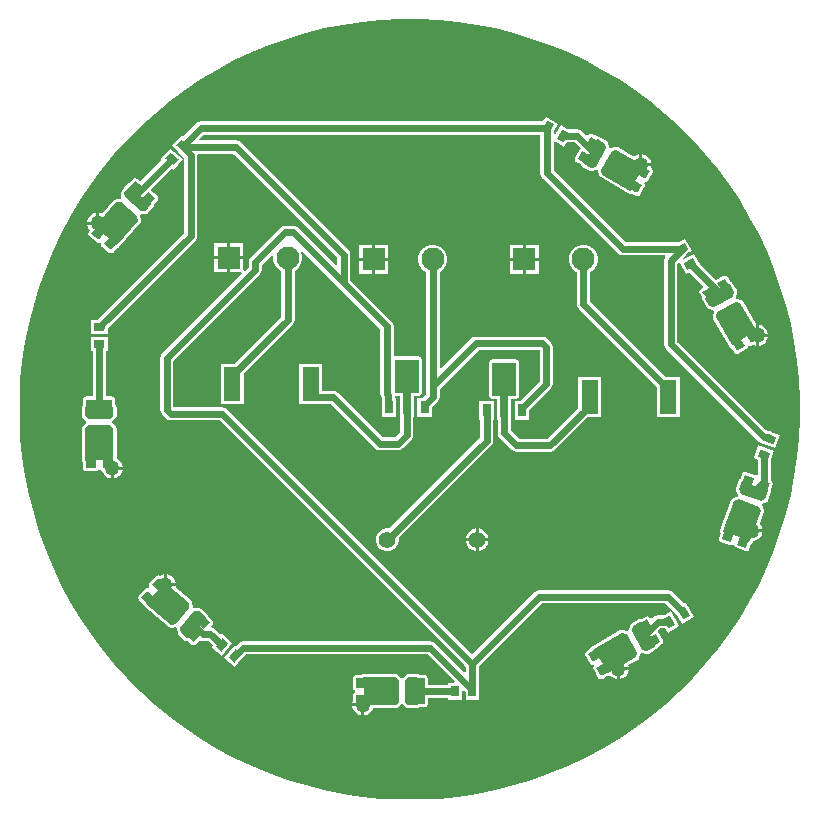
<source format=gtl>
G04*
G04 #@! TF.GenerationSoftware,Altium Limited,Altium Designer,21.7.2 (23)*
G04*
G04 Layer_Physical_Order=1*
G04 Layer_Color=255*
%FSLAX25Y25*%
%MOIN*%
G70*
G04*
G04 #@! TF.SameCoordinates,14A67933-5EF9-4AFF-BA5B-A8FCC5FD6F51*
G04*
G04*
G04 #@! TF.FilePolarity,Positive*
G04*
G01*
G75*
%ADD12C,0.01000*%
%ADD13R,0.05709X0.11417*%
G04:AMPARAMS|DCode=14|XSize=25.59mil|YSize=35.43mil|CornerRadius=0mil|HoleSize=0mil|Usage=FLASHONLY|Rotation=150.000|XOffset=0mil|YOffset=0mil|HoleType=Round|Shape=Rectangle|*
%AMROTATEDRECTD14*
4,1,4,0.01994,0.00895,0.00222,-0.02174,-0.01994,-0.00895,-0.00222,0.02174,0.01994,0.00895,0.0*
%
%ADD14ROTATEDRECTD14*%

G04:AMPARAMS|DCode=15|XSize=25.59mil|YSize=35.43mil|CornerRadius=0mil|HoleSize=0mil|Usage=FLASHONLY|Rotation=120.000|XOffset=0mil|YOffset=0mil|HoleType=Round|Shape=Rectangle|*
%AMROTATEDRECTD15*
4,1,4,0.02174,-0.00222,-0.00895,-0.01994,-0.02174,0.00222,0.00895,0.01994,0.02174,-0.00222,0.0*
%
%ADD15ROTATEDRECTD15*%

G04:AMPARAMS|DCode=16|XSize=25.59mil|YSize=35.43mil|CornerRadius=0mil|HoleSize=0mil|Usage=FLASHONLY|Rotation=70.000|XOffset=0mil|YOffset=0mil|HoleType=Round|Shape=Rectangle|*
%AMROTATEDRECTD16*
4,1,4,0.01227,-0.01808,-0.02102,-0.00596,-0.01227,0.01808,0.02102,0.00596,0.01227,-0.01808,0.0*
%
%ADD16ROTATEDRECTD16*%

G04:AMPARAMS|DCode=17|XSize=25.59mil|YSize=35.43mil|CornerRadius=0mil|HoleSize=0mil|Usage=FLASHONLY|Rotation=30.000|XOffset=0mil|YOffset=0mil|HoleType=Round|Shape=Rectangle|*
%AMROTATEDRECTD17*
4,1,4,-0.00222,-0.02174,-0.01994,0.00895,0.00222,0.02174,0.01994,-0.00895,-0.00222,-0.02174,0.0*
%
%ADD17ROTATEDRECTD17*%

%ADD18R,0.02559X0.03543*%
G04:AMPARAMS|DCode=19|XSize=25.59mil|YSize=35.43mil|CornerRadius=0mil|HoleSize=0mil|Usage=FLASHONLY|Rotation=320.000|XOffset=0mil|YOffset=0mil|HoleType=Round|Shape=Rectangle|*
%AMROTATEDRECTD19*
4,1,4,-0.02119,-0.00535,0.00159,0.02180,0.02119,0.00535,-0.00159,-0.02180,-0.02119,-0.00535,0.0*
%
%ADD19ROTATEDRECTD19*%

%ADD20R,0.03543X0.02559*%
G04:AMPARAMS|DCode=21|XSize=25.59mil|YSize=35.43mil|CornerRadius=0mil|HoleSize=0mil|Usage=FLASHONLY|Rotation=50.000|XOffset=0mil|YOffset=0mil|HoleType=Round|Shape=Rectangle|*
%AMROTATEDRECTD21*
4,1,4,0.00535,-0.02119,-0.02180,0.00159,-0.00535,0.02119,0.02180,-0.00159,0.00535,-0.02119,0.0*
%
%ADD21ROTATEDRECTD21*%

%ADD36P,0.04454X4X195.0*%
%ADD37P,0.04454X4X95.0*%
%ADD38R,0.02756X0.04331*%
%ADD39P,0.04454X4X165.0*%
%ADD40P,0.04454X4X115.0*%
%ADD41P,0.04454X4X75.0*%
%ADD42R,0.03150X0.03150*%
%ADD43P,0.04454X4X365.0*%
%ADD44R,0.03150X0.03150*%
%ADD45C,0.02362*%
%ADD46C,0.07677*%
%ADD47R,0.07677X0.07677*%
%ADD48C,0.05543*%
%ADD49C,0.05000*%
G36*
X265073Y490281D02*
X271430Y489655D01*
X277748Y488718D01*
X284012Y487471D01*
X290208Y485919D01*
X296321Y484065D01*
X302334Y481914D01*
X308235Y479469D01*
X314009Y476738D01*
X319642Y473727D01*
X325121Y470444D01*
X330432Y466895D01*
X335562Y463090D01*
X340500Y459038D01*
X345232Y454749D01*
X349749Y450232D01*
X354038Y445500D01*
X358090Y440562D01*
X361895Y435432D01*
X365444Y430121D01*
X368727Y424643D01*
X371738Y419009D01*
X374469Y413235D01*
X376913Y407334D01*
X379065Y401321D01*
X380920Y395208D01*
X382471Y389012D01*
X383717Y382748D01*
X384655Y376430D01*
X385281Y370073D01*
X385594Y363694D01*
Y360500D01*
Y357306D01*
X385281Y350927D01*
X384655Y344570D01*
X383717Y338252D01*
X382471Y331988D01*
X380920Y325792D01*
X379065Y319679D01*
X376913Y313666D01*
X374469Y307765D01*
X371738Y301991D01*
X368727Y296357D01*
X365444Y290879D01*
X361895Y285568D01*
X358090Y280438D01*
X354038Y275500D01*
X349749Y270768D01*
X345232Y266251D01*
X340500Y261962D01*
X335562Y257910D01*
X330432Y254105D01*
X325121Y250556D01*
X319642Y247273D01*
X314009Y244262D01*
X308235Y241531D01*
X302334Y239087D01*
X296321Y236935D01*
X290208Y235081D01*
X284012Y233529D01*
X277748Y232282D01*
X271430Y231345D01*
X265073Y230719D01*
X258694Y230406D01*
X252306D01*
X245927Y230719D01*
X239570Y231345D01*
X233252Y232282D01*
X226988Y233529D01*
X220792Y235081D01*
X214680Y236935D01*
X208666Y239087D01*
X202765Y241531D01*
X196991Y244262D01*
X191358Y247273D01*
X185879Y250556D01*
X180568Y254105D01*
X175438Y257910D01*
X170500Y261962D01*
X165768Y266251D01*
X161251Y270768D01*
X156962Y275500D01*
X152910Y280438D01*
X149105Y285568D01*
X145556Y290879D01*
X142273Y296357D01*
X139262Y301991D01*
X136531Y307765D01*
X134087Y313666D01*
X131935Y319679D01*
X130080Y325792D01*
X128529Y331988D01*
X127283Y338252D01*
X126345Y344570D01*
X125719Y350927D01*
X125406Y357306D01*
Y360500D01*
Y363694D01*
X125719Y370073D01*
X126345Y376430D01*
X127283Y382748D01*
X128529Y389012D01*
X130080Y395208D01*
X131935Y401321D01*
X134087Y407334D01*
X136531Y413235D01*
X139262Y419009D01*
X142273Y424643D01*
X145556Y430121D01*
X149105Y435432D01*
X152910Y440562D01*
X156962Y445500D01*
X161251Y450232D01*
X165768Y454749D01*
X170500Y459038D01*
X175438Y463090D01*
X180568Y466895D01*
X185879Y470444D01*
X191358Y473727D01*
X196991Y476738D01*
X202765Y479469D01*
X208666Y481914D01*
X214680Y484065D01*
X220792Y485919D01*
X226988Y487471D01*
X233252Y488718D01*
X239570Y489655D01*
X245927Y490281D01*
X252306Y490594D01*
X258694D01*
X265073Y490281D01*
D02*
G37*
%LPC*%
G36*
X300940Y457967D02*
X300038Y456405D01*
X185829D01*
X185829Y456405D01*
X184978Y456236D01*
X184257Y455754D01*
X184257Y455754D01*
X179743Y451239D01*
X179177Y451714D01*
X176246Y448222D01*
X177856Y446871D01*
X178262Y446263D01*
X180276Y444249D01*
Y419276D01*
X151135Y390134D01*
X149228D01*
Y385575D01*
X154772D01*
Y387481D01*
X184072Y416782D01*
X184072Y416782D01*
X184555Y417503D01*
X184724Y418354D01*
X184724Y418354D01*
Y445170D01*
X184724Y445171D01*
X184706Y445260D01*
X185023Y445646D01*
X196709D01*
X231276Y411079D01*
Y408522D01*
X230814Y408331D01*
X218073Y421072D01*
X217351Y421555D01*
X216500Y421724D01*
X216500Y421724D01*
X214000D01*
X214000Y421724D01*
X213149Y421555D01*
X212427Y421072D01*
X212427Y421072D01*
X202428Y411072D01*
X201945Y410351D01*
X201776Y409500D01*
X201776Y409500D01*
Y407921D01*
X200496Y406641D01*
X199996Y406848D01*
Y410500D01*
X195658D01*
Y406161D01*
X199309D01*
X199516Y405661D01*
X172927Y379072D01*
X172445Y378351D01*
X172276Y377500D01*
X172276Y377500D01*
Y360384D01*
X172276Y360384D01*
X172445Y359533D01*
X172927Y358811D01*
X174311Y357428D01*
X174311Y357428D01*
X175033Y356945D01*
X175884Y356776D01*
X175884Y356776D01*
X192079D01*
X274131Y274725D01*
Y273014D01*
X273669Y272823D01*
X263919Y282573D01*
X263197Y283055D01*
X262347Y283224D01*
X262346Y283224D01*
X200021D01*
X199170Y283055D01*
X198449Y282573D01*
X198449Y282573D01*
X197444Y281568D01*
X197222Y281754D01*
X193659Y277507D01*
X197151Y274577D01*
X199279Y277113D01*
X200942Y278776D01*
X261425D01*
X270468Y269734D01*
X270276Y269272D01*
X268366D01*
Y268724D01*
X261437D01*
Y270831D01*
X261359Y271221D01*
X261138Y271552D01*
X260807Y271773D01*
X260417Y271850D01*
X258725D01*
X258583Y271979D01*
X258433Y272069D01*
X258288Y272166D01*
X258264Y272171D01*
X258243Y272184D01*
X258069Y272210D01*
X257898Y272244D01*
X255063D01*
X254673Y272166D01*
X254342Y271945D01*
X253245Y270848D01*
X253095Y270804D01*
X252779D01*
X252629Y270848D01*
X251532Y271945D01*
X251201Y272166D01*
X250811Y272244D01*
X240102D01*
X239931Y272210D01*
X239757Y272184D01*
X239736Y272171D01*
X239712Y272166D01*
X239567Y272069D01*
X239417Y271979D01*
X239275Y271850D01*
X237583D01*
X237193Y271773D01*
X236862Y271552D01*
X236641Y271221D01*
X236563Y270831D01*
Y267681D01*
X236641Y267291D01*
X236862Y266960D01*
X237156Y266763D01*
X237185Y266500D01*
X237156Y266237D01*
X236862Y266040D01*
X236641Y265709D01*
X236563Y265319D01*
Y263095D01*
X236396Y262472D01*
X237583D01*
Y265319D01*
X240102D01*
Y267681D01*
X237583D01*
Y270831D01*
X239669D01*
X240102Y271224D01*
X250811D01*
X251953Y270083D01*
Y262917D01*
X250811Y261776D01*
X240386D01*
Y258483D01*
X241237Y258711D01*
X242035Y259172D01*
X242687Y259823D01*
X243147Y260622D01*
X243183Y260756D01*
X250811D01*
X251201Y260834D01*
X251532Y261055D01*
X251532Y261055D01*
X252629Y262152D01*
X252779Y262196D01*
X253095D01*
X253245Y262152D01*
X254342Y261055D01*
X254673Y260834D01*
X255063Y260756D01*
X257898D01*
X258069Y260790D01*
X258243Y260816D01*
X258264Y260829D01*
X258288Y260834D01*
X258433Y260931D01*
X258583Y261021D01*
X258725Y261150D01*
X260417D01*
X260807Y261227D01*
X261138Y261448D01*
X261359Y261779D01*
X261437Y262169D01*
Y264276D01*
X268366D01*
Y263728D01*
X272925D01*
Y266623D01*
X273387Y266814D01*
X274075Y266127D01*
Y263728D01*
X278634D01*
Y269272D01*
X278578D01*
Y274725D01*
X299630Y295776D01*
X340658D01*
X344631Y291803D01*
X344994Y291260D01*
X345040Y291214D01*
X346384Y288887D01*
X350332Y291167D01*
X349036Y293411D01*
X349026Y293458D01*
X348896Y293653D01*
X347560Y295967D01*
X347051Y295673D01*
X343152Y299572D01*
X342430Y300055D01*
X341579Y300224D01*
X341579Y300224D01*
X298709D01*
X298709Y300224D01*
X297858Y300055D01*
X297136Y299572D01*
X297136Y299572D01*
X276354Y278791D01*
X194572Y360573D01*
X193851Y361055D01*
X193000Y361224D01*
X193000Y361224D01*
X176805D01*
X176724Y361305D01*
Y376579D01*
X205573Y405428D01*
X206055Y406149D01*
X206224Y407000D01*
X206224Y407000D01*
Y408579D01*
X209585Y411940D01*
X210018Y411690D01*
X210004Y411637D01*
Y410363D01*
X210334Y409132D01*
X210971Y408029D01*
X211872Y407128D01*
X212619Y406697D01*
Y391299D01*
X197028Y375709D01*
X192465D01*
Y362291D01*
X200173D01*
Y372564D01*
X216415Y388805D01*
X216415Y388806D01*
X216897Y389527D01*
X217066Y390378D01*
Y406697D01*
X217813Y407128D01*
X218714Y408029D01*
X219351Y409132D01*
X219681Y410363D01*
Y411637D01*
X219377Y412771D01*
X219635Y412994D01*
X219792Y413063D01*
X231927Y400927D01*
X231927Y400927D01*
X245631Y387225D01*
Y365656D01*
X245631Y365656D01*
X245800Y364805D01*
X246174Y364245D01*
Y362094D01*
X246174Y362094D01*
X246217Y361880D01*
Y357945D01*
X250972D01*
Y364276D01*
X250622D01*
Y365012D01*
X252102D01*
Y358945D01*
X252122Y358846D01*
Y357945D01*
X252276D01*
Y352921D01*
X250579Y351224D01*
X246421D01*
X231600Y366045D01*
X230879Y366527D01*
X230028Y366696D01*
X230028Y366696D01*
X226354D01*
Y375709D01*
X218646D01*
Y362291D01*
X223958D01*
X224173Y362249D01*
X229106D01*
X243928Y347428D01*
X243928Y347428D01*
X244649Y346945D01*
X245500Y346776D01*
X251500D01*
X251500Y346776D01*
X252351Y346945D01*
X253073Y347428D01*
X256072Y350428D01*
X256072Y350428D01*
X256555Y351149D01*
X256724Y352000D01*
X256724Y352000D01*
Y357945D01*
X256878D01*
Y358846D01*
X256897Y358945D01*
Y365012D01*
X258437D01*
X258827Y365090D01*
X259158Y365311D01*
X259379Y365641D01*
X259457Y366032D01*
Y377055D01*
X259379Y377445D01*
X259158Y377776D01*
X258827Y377997D01*
X258437Y378075D01*
X250563D01*
X250078Y378488D01*
Y388146D01*
X249909Y388997D01*
X249427Y389718D01*
X249427Y389718D01*
X235724Y403421D01*
Y412000D01*
X235724Y412000D01*
X235555Y412851D01*
X235072Y413573D01*
X235072Y413573D01*
X199202Y449443D01*
X198481Y449925D01*
X197630Y450094D01*
X197630Y450094D01*
X185540D01*
X185349Y450556D01*
X186750Y451957D01*
X299058D01*
Y439218D01*
X299058Y439218D01*
X299227Y438367D01*
X299710Y437645D01*
X324956Y412399D01*
X324956Y412399D01*
X325677Y411917D01*
X326528Y411748D01*
X340449D01*
X340716Y411248D01*
X340445Y410843D01*
X340276Y409992D01*
X340276Y409992D01*
Y382090D01*
X340276Y382090D01*
X340445Y381239D01*
X340928Y380518D01*
X371891Y349554D01*
X371891Y349553D01*
X372613Y349072D01*
X373464Y348902D01*
X373702D01*
X377301Y347592D01*
X378860Y351876D01*
X376607Y352696D01*
X376605Y352698D01*
X375883Y353181D01*
X375032Y353350D01*
X375032Y353350D01*
X374812D01*
X374141Y353594D01*
X344724Y383011D01*
Y408938D01*
X345127Y409305D01*
X345603Y409242D01*
X347667Y405668D01*
X348602Y406208D01*
X353302Y401508D01*
X353237Y401013D01*
X352531Y400605D01*
X352232Y400343D01*
X352056Y399986D01*
X352030Y399589D01*
X352158Y399213D01*
X353004Y397747D01*
X352963Y397560D01*
X352960Y397385D01*
X352949Y397210D01*
X352957Y397187D01*
X352956Y397162D01*
X353020Y397000D01*
X353077Y396834D01*
X354494Y394379D01*
X354756Y394080D01*
X355113Y393904D01*
X356612Y393502D01*
X356726Y393394D01*
X356883Y393121D01*
X356920Y392969D01*
X356518Y391470D01*
X356492Y391073D01*
X356620Y390696D01*
X356620Y390696D01*
X361974Y381422D01*
X362090Y381291D01*
X362199Y381154D01*
X362220Y381142D01*
X362237Y381123D01*
X362394Y381046D01*
X362547Y380961D01*
X362729Y380903D01*
X363575Y379437D01*
X363838Y379138D01*
X364194Y378962D01*
X364591Y378936D01*
X364968Y379064D01*
X367696Y380639D01*
X367995Y380901D01*
X368171Y381258D01*
X368194Y381611D01*
X368408Y381768D01*
X368650Y381875D01*
X368968Y381718D01*
X369365Y381692D01*
X369741Y381820D01*
X370000Y381969D01*
X370087Y381920D01*
X370937Y381692D01*
Y383688D01*
X369232Y382703D01*
X367972Y384885D01*
X365926Y383704D01*
X367186Y381522D01*
X364458Y379947D01*
X363415Y381754D01*
X362857Y381932D01*
X357503Y391206D01*
X357921Y392766D01*
X364126Y396349D01*
X365686Y395931D01*
X370937Y386835D01*
Y388874D01*
X366569Y396440D01*
X366307Y396740D01*
X365950Y396915D01*
X364451Y397317D01*
X364337Y397425D01*
X364180Y397698D01*
X364143Y397851D01*
X364545Y399349D01*
X364571Y399746D01*
X364443Y400123D01*
X363026Y402578D01*
X362910Y402709D01*
X362801Y402846D01*
X362780Y402858D01*
X362763Y402877D01*
X362606Y402954D01*
X362453Y403039D01*
X362271Y403097D01*
X361425Y404563D01*
X361162Y404862D01*
X360806Y405038D01*
X360409Y405064D01*
X360032Y404936D01*
X357580Y403520D01*
X352203Y408897D01*
X350188Y412388D01*
X346783Y410422D01*
X346476Y410822D01*
X347240Y411587D01*
X347240Y411587D01*
X347645Y411992D01*
X347645Y411992D01*
X347923Y412408D01*
X349613Y413384D01*
X347333Y417332D01*
X345235Y416120D01*
X344855Y416196D01*
X344855Y416196D01*
X327449D01*
X303506Y440139D01*
Y449585D01*
X303939Y449835D01*
X307060Y448033D01*
X307870Y449436D01*
X310402D01*
X312425Y447412D01*
X312424Y447404D01*
X312162Y447105D01*
X310587Y444377D01*
X310459Y444001D01*
X310485Y443604D01*
X310661Y443247D01*
X310960Y442985D01*
X312426Y442138D01*
X312484Y441956D01*
X312569Y441803D01*
X312646Y441646D01*
X312665Y441630D01*
X312677Y441608D01*
X312814Y441499D01*
X312945Y441384D01*
X315400Y439966D01*
X315777Y439839D01*
X316174Y439865D01*
X317672Y440266D01*
X317825Y440230D01*
X318098Y440072D01*
X318206Y439958D01*
X318607Y438460D01*
X318783Y438103D01*
X319082Y437841D01*
X328356Y432486D01*
X328522Y432430D01*
X328685Y432366D01*
X328710Y432366D01*
X328733Y432358D01*
X328908Y432370D01*
X329083Y432373D01*
X329270Y432413D01*
X330735Y431567D01*
X331112Y431439D01*
X331509Y431465D01*
X331866Y431641D01*
X332128Y431941D01*
X333703Y434668D01*
X333831Y435045D01*
X333805Y435442D01*
X333648Y435759D01*
X333755Y436002D01*
X333912Y436216D01*
X334265Y436239D01*
X334622Y436415D01*
X334884Y436714D01*
X336459Y439441D01*
X336587Y439818D01*
X336561Y440215D01*
X336385Y440572D01*
X336086Y440834D01*
X335848Y440972D01*
X335989Y441500D01*
X333607D01*
X333769Y440995D01*
X335576Y439951D01*
X334001Y437224D01*
X331819Y438483D01*
X330638Y436438D01*
X332820Y435178D01*
X331245Y432450D01*
X329438Y433494D01*
X328866Y433369D01*
X319592Y438724D01*
X319174Y440283D01*
X322757Y446489D01*
X324317Y446906D01*
X332000Y442470D01*
Y445490D01*
X331149Y445261D01*
X330351Y444801D01*
X330224Y444673D01*
X324827Y447789D01*
X324450Y447917D01*
X324053Y447891D01*
X322554Y447490D01*
X322402Y447526D01*
X322129Y447684D01*
X322021Y447798D01*
X321619Y449296D01*
X321443Y449653D01*
X321144Y449915D01*
X321144Y449915D01*
X318689Y451333D01*
X318524Y451389D01*
X318360Y451453D01*
X318336Y451453D01*
X318313Y451461D01*
X318138Y451449D01*
X317963Y451446D01*
X317776Y451405D01*
X316310Y452252D01*
X315934Y452380D01*
X315537Y452353D01*
X315180Y452177D01*
X314936Y451899D01*
X314821Y451803D01*
X314383Y451745D01*
X312895Y453232D01*
X312174Y453714D01*
X311323Y453884D01*
X311323Y453884D01*
X308013D01*
X305884Y455113D01*
X303989Y451831D01*
X303506Y451960D01*
Y453294D01*
X304888Y455688D01*
X300940Y457967D01*
D02*
G37*
G36*
X175507Y447341D02*
X172577Y443849D01*
Y443849D01*
X172597Y443390D01*
X165678Y436471D01*
X164677Y437311D01*
X164328Y437502D01*
X163933Y437546D01*
X163551Y437434D01*
X163240Y437185D01*
X162153Y435889D01*
X161963Y435863D01*
X161798Y435806D01*
X161629Y435757D01*
X161610Y435742D01*
X161587Y435734D01*
X161456Y435618D01*
X161319Y435508D01*
X159497Y433337D01*
X159306Y432988D01*
X159262Y432592D01*
X159398Y431047D01*
X159335Y430903D01*
X159133Y430661D01*
X159002Y430575D01*
X157456Y430440D01*
X157074Y430329D01*
X156764Y430080D01*
X153046Y425649D01*
X152851Y425762D01*
X152000Y425989D01*
Y422816D01*
X157545Y429424D01*
X159153Y429565D01*
X164643Y424959D01*
X164783Y423350D01*
X157900Y415147D01*
X157320Y415068D01*
X155979Y413470D01*
X153566Y415495D01*
X155185Y417425D01*
X153376Y418943D01*
X151756Y417013D01*
X149344Y419038D01*
X150685Y420636D01*
X150662Y421221D01*
X151315Y422000D01*
X148011D01*
X148239Y421149D01*
X148699Y420351D01*
X148925Y420125D01*
X148563Y419693D01*
X148371Y419344D01*
X148328Y418949D01*
X148439Y418567D01*
X148688Y418257D01*
X151101Y416232D01*
X151450Y416041D01*
X151845Y415997D01*
X152185Y416096D01*
X152405Y415949D01*
X152589Y415758D01*
X152550Y415406D01*
X152662Y415024D01*
X152910Y414714D01*
X155323Y412689D01*
X155672Y412498D01*
X156068Y412454D01*
X156449Y412566D01*
X156760Y412815D01*
X157847Y414111D01*
X158037Y414137D01*
X158202Y414194D01*
X158371Y414243D01*
X158390Y414258D01*
X158413Y414266D01*
X158544Y414382D01*
X158681Y414492D01*
X165564Y422695D01*
X165756Y423044D01*
X165799Y423439D01*
X165664Y424985D01*
X165726Y425129D01*
X165929Y425370D01*
X166060Y425457D01*
X167605Y425592D01*
X167987Y425703D01*
X168297Y425952D01*
X170120Y428124D01*
X170204Y428277D01*
X170295Y428427D01*
X170299Y428451D01*
X170311Y428473D01*
X170330Y428647D01*
X170357Y428820D01*
X170350Y429011D01*
X171438Y430307D01*
X171629Y430656D01*
X171672Y431051D01*
X171561Y431433D01*
X171312Y431743D01*
X169381Y433363D01*
X169360Y433863D01*
X176257Y440761D01*
X176823Y440286D01*
X179754Y443778D01*
X175507Y447341D01*
D02*
G37*
G36*
X333000Y445490D02*
Y442500D01*
X335989D01*
X335761Y443351D01*
X335301Y444149D01*
X334649Y444801D01*
X333851Y445261D01*
X333000Y445490D01*
D02*
G37*
G36*
X151000Y425989D02*
X150149Y425762D01*
X149351Y425301D01*
X148699Y424649D01*
X148239Y423851D01*
X148011Y423000D01*
X151000D01*
Y425989D01*
D02*
G37*
G36*
X151735Y422500D02*
X151500D01*
Y422220D01*
X151735Y422500D01*
D02*
G37*
G36*
X199996Y415839D02*
X195658D01*
Y411500D01*
X199996D01*
Y415839D01*
D02*
G37*
G36*
X194658D02*
X190319D01*
Y411500D01*
X194658D01*
Y415839D01*
D02*
G37*
G36*
X298496Y415339D02*
X294158D01*
Y411000D01*
X298496D01*
Y415339D01*
D02*
G37*
G36*
X293158D02*
X288819D01*
Y411000D01*
X293158D01*
Y415339D01*
D02*
G37*
G36*
X248339D02*
X244000D01*
Y411000D01*
X248339D01*
Y415339D01*
D02*
G37*
G36*
X243000D02*
X238661D01*
Y411000D01*
X243000D01*
Y415339D01*
D02*
G37*
G36*
X194658Y410500D02*
X190319D01*
Y406161D01*
X194658D01*
Y410500D01*
D02*
G37*
G36*
X298496Y410000D02*
X294158D01*
Y405661D01*
X298496D01*
Y410000D01*
D02*
G37*
G36*
X293158D02*
X288819D01*
Y405661D01*
X293158D01*
Y410000D01*
D02*
G37*
G36*
X248339D02*
X244000D01*
Y405661D01*
X248339D01*
Y410000D01*
D02*
G37*
G36*
X243000D02*
X238661D01*
Y405661D01*
X243000D01*
Y410000D01*
D02*
G37*
G36*
X370937Y386184D02*
X370916Y386085D01*
X370937Y386047D01*
Y386184D01*
D02*
G37*
G36*
X371937Y388671D02*
Y385681D01*
X374927D01*
X374699Y386532D01*
X374238Y387330D01*
X373587Y387982D01*
X372789Y388443D01*
X371937Y388671D01*
D02*
G37*
G36*
X374927Y384681D02*
X371937D01*
Y384315D01*
X371959Y384278D01*
X371937Y384265D01*
Y381692D01*
X372789Y381920D01*
X373587Y382381D01*
X374238Y383032D01*
X374699Y383830D01*
X374927Y384681D01*
D02*
G37*
G36*
X313980Y415339D02*
X312705D01*
X311475Y415009D01*
X310372Y414372D01*
X309471Y413471D01*
X308834Y412368D01*
X308504Y411137D01*
Y409863D01*
X308834Y408632D01*
X309471Y407529D01*
X310372Y406628D01*
X311119Y406197D01*
Y395602D01*
X311119Y395602D01*
X311288Y394751D01*
X311770Y394030D01*
X337736Y368064D01*
Y357791D01*
X345445D01*
Y371209D01*
X340881D01*
X315566Y396523D01*
Y406197D01*
X316314Y406628D01*
X317214Y407529D01*
X317851Y408632D01*
X318181Y409863D01*
Y411137D01*
X317851Y412368D01*
X317214Y413471D01*
X316314Y414372D01*
X315210Y415009D01*
X313980Y415339D01*
D02*
G37*
G36*
X263822D02*
X262548D01*
X261317Y415009D01*
X260214Y414372D01*
X259313Y413471D01*
X258676Y412368D01*
X258347Y411137D01*
Y409863D01*
X258676Y408632D01*
X259313Y407529D01*
X260214Y406628D01*
X260961Y406197D01*
Y368185D01*
X260961Y368185D01*
X260961Y368185D01*
Y365598D01*
X259639Y364276D01*
X258028D01*
Y357945D01*
X262784D01*
Y361131D01*
X264757Y363105D01*
X264757Y363105D01*
X265240Y363826D01*
X265409Y364677D01*
X265409Y364677D01*
Y367264D01*
X278421Y380276D01*
X298695D01*
X298776Y380195D01*
Y369913D01*
X292139Y363276D01*
X290528D01*
Y356945D01*
X295284D01*
Y360131D01*
X302572Y367420D01*
X302572Y367420D01*
X303055Y368141D01*
X303224Y368992D01*
X303224Y368992D01*
Y381116D01*
X303224Y381116D01*
X303055Y381967D01*
X302572Y382689D01*
X302572Y382689D01*
X301189Y384072D01*
X300467Y384555D01*
X299616Y384724D01*
X299616Y384724D01*
X277500D01*
X277500Y384724D01*
X276649Y384555D01*
X275927Y384072D01*
X275927Y384072D01*
X265871Y374016D01*
X265409Y374207D01*
Y406197D01*
X266156Y406628D01*
X267057Y407529D01*
X267694Y408632D01*
X268024Y409863D01*
Y411137D01*
X267694Y412368D01*
X267057Y413471D01*
X266156Y414372D01*
X265053Y415009D01*
X263822Y415339D01*
D02*
G37*
G36*
X290937Y377075D02*
X283063D01*
X282673Y376997D01*
X282342Y376776D01*
X282121Y376445D01*
X282043Y376055D01*
Y365032D01*
X282121Y364641D01*
X282342Y364311D01*
X282673Y364089D01*
X283063Y364012D01*
X284602D01*
Y357945D01*
X284622Y357846D01*
Y356945D01*
X284776D01*
Y352500D01*
X284776Y352500D01*
X284945Y351649D01*
X285427Y350927D01*
X289427Y346927D01*
X289427Y346927D01*
X290149Y346445D01*
X291000Y346276D01*
X302264D01*
X302264Y346276D01*
X303115Y346445D01*
X303836Y346927D01*
X314700Y357791D01*
X319264D01*
Y371209D01*
X311555D01*
Y360936D01*
X301343Y350724D01*
X291921D01*
X289224Y353421D01*
Y356945D01*
X289378D01*
Y357846D01*
X289398Y357945D01*
Y364012D01*
X290937D01*
X291327Y364089D01*
X291658Y364311D01*
X291879Y364641D01*
X291957Y365032D01*
Y376055D01*
X291879Y376445D01*
X291658Y376776D01*
X291327Y376997D01*
X290937Y377075D01*
D02*
G37*
G36*
X154772Y384425D02*
X149228D01*
Y379866D01*
X149776D01*
Y364744D01*
X147669D01*
X147279Y364666D01*
X146948Y364445D01*
X146727Y364115D01*
X146650Y363724D01*
Y362032D01*
X146521Y361891D01*
X146431Y361740D01*
X146334Y361595D01*
X146329Y361571D01*
X146316Y361550D01*
X146290Y361377D01*
X146256Y361205D01*
Y358370D01*
X146334Y357980D01*
X146555Y357649D01*
X147652Y356552D01*
X147696Y356402D01*
Y356086D01*
X147652Y355936D01*
X146555Y354839D01*
X146334Y354508D01*
X146256Y354118D01*
Y343409D01*
X146290Y343238D01*
X146316Y343064D01*
X146329Y343043D01*
X146334Y343019D01*
X146431Y342874D01*
X146521Y342724D01*
X146650Y342582D01*
Y340890D01*
X146727Y340500D01*
X146948Y340169D01*
X147279Y339948D01*
X147669Y339870D01*
X150819D01*
X151209Y339948D01*
X151540Y340169D01*
X151737Y340463D01*
X152000Y340492D01*
X152263Y340463D01*
X152460Y340169D01*
X152791Y339948D01*
X152969Y339912D01*
X153069Y339539D01*
X153530Y338741D01*
X154182Y338089D01*
X154980Y337628D01*
X155831Y337400D01*
Y340890D01*
X153181D01*
Y343409D01*
X150819D01*
Y340890D01*
X147669D01*
Y342976D01*
X147276Y343409D01*
Y354118D01*
X148417Y355260D01*
X155583D01*
X156724Y354118D01*
Y343409D01*
X156331Y342976D01*
Y341390D01*
X159820D01*
X159592Y342241D01*
X159131Y343039D01*
X158480Y343690D01*
X157744Y344115D01*
Y354118D01*
X157666Y354508D01*
X157445Y354839D01*
X157445Y354839D01*
X156349Y355936D01*
X156304Y356086D01*
Y356402D01*
X156349Y356552D01*
X157445Y357649D01*
X157666Y357980D01*
X157744Y358370D01*
Y361205D01*
X157710Y361377D01*
X157684Y361550D01*
X157671Y361571D01*
X157666Y361595D01*
X157569Y361740D01*
X157479Y361891D01*
X157350Y362032D01*
Y363724D01*
X157273Y364115D01*
X157052Y364445D01*
X156721Y364666D01*
X156331Y364744D01*
X154224D01*
Y379866D01*
X154772D01*
Y384425D01*
D02*
G37*
G36*
X371699Y348408D02*
X370140Y344124D01*
X371468Y343640D01*
Y338569D01*
X371065Y338416D01*
X370968Y338394D01*
X370644Y338591D01*
X367684Y339668D01*
X367291Y339729D01*
X366904Y339634D01*
X366584Y339399D01*
X366377Y339059D01*
X365798Y337468D01*
X365629Y337379D01*
X365493Y337269D01*
X365352Y337166D01*
X365339Y337145D01*
X365320Y337129D01*
X365236Y336975D01*
X365146Y336826D01*
X364176Y334162D01*
X364116Y333769D01*
X364210Y333382D01*
X364866Y331976D01*
X364856Y331820D01*
X364749Y331523D01*
X364655Y331397D01*
X363249Y330742D01*
X362928Y330506D01*
X362722Y330166D01*
X359059Y320104D01*
X359033Y319930D01*
X358998Y319759D01*
X359002Y319735D01*
X358999Y319710D01*
X359040Y319540D01*
X359074Y319368D01*
X359146Y319192D01*
X358567Y317601D01*
X358507Y317208D01*
X358601Y316822D01*
X358837Y316501D01*
X359177Y316294D01*
X362136Y315217D01*
X362137Y315217D01*
X362530Y315157D01*
X362916Y315251D01*
X363202Y315460D01*
X363459Y315398D01*
X363697Y315280D01*
X363781Y314936D01*
X364016Y314616D01*
X364356Y314409D01*
X367316Y313332D01*
X367709Y313271D01*
X368095Y313366D01*
X368416Y313601D01*
X368623Y313941D01*
X369201Y315532D01*
X369371Y315621D01*
X369507Y315731D01*
X369648Y315834D01*
X369661Y315855D01*
X369680Y315871D01*
X369764Y316025D01*
X369854Y316174D01*
X369974Y316504D01*
X370851Y316739D01*
X371649Y317199D01*
X372301Y317851D01*
X372762Y318649D01*
X372990Y319500D01*
X369980D01*
X368896Y316523D01*
X368378Y316251D01*
X367665Y314290D01*
X364705Y315367D01*
X365567Y317735D01*
X363347Y318543D01*
X362485Y316175D01*
X359525Y317252D01*
X360239Y319213D01*
X360017Y319755D01*
X363680Y329818D01*
X365143Y330500D01*
X371877Y328049D01*
X372559Y326586D01*
X370344Y320500D01*
X372990D01*
X372762Y321351D01*
X372301Y322149D01*
X372101Y322348D01*
X373517Y326237D01*
X373577Y326630D01*
X373483Y327017D01*
X372827Y328423D01*
X372837Y328579D01*
X372945Y328876D01*
X373038Y329002D01*
X374444Y329657D01*
X374765Y329893D01*
X374971Y330233D01*
X375941Y332896D01*
X375967Y333070D01*
X376002Y333241D01*
X375997Y333265D01*
X376001Y333290D01*
X375960Y333460D01*
X375926Y333632D01*
X375854Y333808D01*
X376433Y335399D01*
X376493Y335792D01*
X376398Y336178D01*
X376163Y336499D01*
X375908Y336654D01*
X375916Y336692D01*
Y343786D01*
X376908Y346512D01*
X371699Y348408D01*
D02*
G37*
G36*
X159820Y340390D02*
X156831D01*
Y337400D01*
X157682Y337628D01*
X158480Y338089D01*
X159131Y338741D01*
X159592Y339539D01*
X159820Y340390D01*
D02*
G37*
G36*
X283472Y363276D02*
X278716D01*
Y356945D01*
X278871D01*
Y350976D01*
X248639Y320744D01*
X248536Y320772D01*
X247543D01*
X246584Y320515D01*
X245724Y320018D01*
X245021Y319316D01*
X244525Y318456D01*
X244268Y317496D01*
Y316504D01*
X244525Y315544D01*
X245021Y314684D01*
X245724Y313982D01*
X246584Y313485D01*
X247543Y313228D01*
X248536D01*
X249495Y313485D01*
X250355Y313982D01*
X251057Y314684D01*
X251554Y315544D01*
X251811Y316504D01*
Y317496D01*
X251783Y317599D01*
X282667Y348483D01*
X282667Y348483D01*
X283149Y349204D01*
X283318Y350055D01*
X283318Y350055D01*
Y356945D01*
X283472D01*
Y363276D01*
D02*
G37*
G36*
X278461Y320771D02*
Y317500D01*
X281731D01*
X281475Y318456D01*
X280979Y319316D01*
X280276Y320018D01*
X279416Y320515D01*
X278461Y320771D01*
D02*
G37*
G36*
X277461D02*
X276505Y320515D01*
X275645Y320018D01*
X274943Y319316D01*
X274446Y318456D01*
X274190Y317500D01*
X277461D01*
Y320771D01*
D02*
G37*
G36*
X281731Y316500D02*
X278461D01*
Y313229D01*
X279416Y313485D01*
X280276Y313982D01*
X280979Y314684D01*
X281475Y315544D01*
X281731Y316500D01*
D02*
G37*
G36*
X277461D02*
X274190D01*
X274446Y315544D01*
X274943Y314684D01*
X275645Y313982D01*
X276505Y313485D01*
X277461Y313229D01*
Y316500D01*
D02*
G37*
G36*
X173500Y305489D02*
X172649Y305261D01*
X172139Y304967D01*
X171844Y305129D01*
X171449Y305172D01*
X171067Y305061D01*
X170756Y304812D01*
X168732Y302399D01*
X168541Y302050D01*
X168497Y301655D01*
X168596Y301315D01*
X168449Y301095D01*
X168258Y300911D01*
X167906Y300950D01*
X167524Y300838D01*
X167214Y300589D01*
X165189Y298177D01*
X164998Y297828D01*
X164954Y297432D01*
X165066Y297051D01*
X165315Y296740D01*
X166611Y295653D01*
X166637Y295463D01*
X166694Y295298D01*
X166743Y295129D01*
X166758Y295110D01*
X166766Y295087D01*
X166882Y294956D01*
X166992Y294819D01*
X175195Y287936D01*
X175195Y287936D01*
X175544Y287744D01*
X175939Y287701D01*
X177485Y287836D01*
X177629Y287774D01*
X177870Y287571D01*
X177957Y287440D01*
X178092Y285895D01*
X178203Y285513D01*
X178452Y285203D01*
X180624Y283381D01*
X180777Y283296D01*
X180927Y283205D01*
X180951Y283201D01*
X180973Y283189D01*
X181147Y283170D01*
X181320Y283143D01*
X181511Y283150D01*
X182807Y282063D01*
X183156Y281871D01*
X183551Y281828D01*
X183933Y281939D01*
X184244Y282188D01*
X185465Y283644D01*
X185606Y283549D01*
X186457Y283380D01*
X186457Y283380D01*
X188123D01*
X189760Y281743D01*
X189286Y281177D01*
X192778Y278246D01*
X196341Y282493D01*
X192849Y285423D01*
X192849D01*
X192390Y285403D01*
X190617Y287176D01*
X189895Y287659D01*
X189545Y287728D01*
X189352Y288276D01*
X189811Y288823D01*
X190002Y289172D01*
X190046Y289567D01*
X189934Y289949D01*
X189685Y290260D01*
X188389Y291348D01*
X188363Y291537D01*
X188306Y291702D01*
X188257Y291871D01*
X188242Y291890D01*
X188234Y291913D01*
X188118Y292044D01*
X188008Y292181D01*
X185837Y294003D01*
X185488Y294194D01*
X185092Y294238D01*
X183547Y294102D01*
X183371Y294179D01*
X183251Y294265D01*
X183186Y294330D01*
X183075Y294498D01*
X182940Y296044D01*
X182828Y296426D01*
X182580Y296736D01*
X177382Y301098D01*
X177489Y301500D01*
X175316D01*
X181924Y295955D01*
X182065Y294346D01*
X177459Y288858D01*
X175850Y288717D01*
X167647Y295600D01*
X167569Y296180D01*
X165970Y297521D01*
X167995Y299934D01*
X169925Y298314D01*
X171443Y300124D01*
X169513Y301744D01*
X171538Y304156D01*
X173136Y302815D01*
X173500Y302830D01*
Y305489D01*
D02*
G37*
G36*
X174500D02*
Y302500D01*
X177489D01*
X177261Y303351D01*
X176801Y304149D01*
X176149Y304801D01*
X175351Y305261D01*
X174500Y305489D01*
D02*
G37*
G36*
X342616Y293113D02*
X340487Y291883D01*
X338109D01*
X338109Y291883D01*
X337258Y291714D01*
X336537Y291232D01*
X336537Y291232D01*
X336140Y290836D01*
X335701Y290893D01*
X335587Y290990D01*
X335343Y291268D01*
X334986Y291444D01*
X334589Y291470D01*
X334212Y291342D01*
X332747Y290496D01*
X332560Y290537D01*
X332385Y290540D01*
X332210Y290551D01*
X332187Y290543D01*
X332162Y290544D01*
X331999Y290480D01*
X331834Y290423D01*
X329379Y289006D01*
X329080Y288744D01*
X328904Y288387D01*
X328502Y286888D01*
X328394Y286774D01*
X328121Y286617D01*
X327969Y286580D01*
X326470Y286982D01*
X326073Y287008D01*
X325696Y286880D01*
X316422Y281526D01*
X316291Y281410D01*
X316154Y281301D01*
X316142Y281280D01*
X316123Y281263D01*
X316046Y281106D01*
X315961Y280953D01*
X315903Y280771D01*
X314437Y279925D01*
X314138Y279662D01*
X313962Y279306D01*
X313936Y278909D01*
X314064Y278532D01*
X315639Y275804D01*
X315901Y275505D01*
X316258Y275329D01*
X316611Y275306D01*
X316768Y275093D01*
X316875Y274850D01*
X316718Y274532D01*
X316692Y274135D01*
X316820Y273759D01*
X318395Y271031D01*
X318657Y270732D01*
X319014Y270556D01*
X319411Y270530D01*
X319788Y270658D01*
X321253Y271504D01*
X321440Y271463D01*
X321615Y271460D01*
X321790Y271449D01*
X321813Y271457D01*
X321838Y271456D01*
X322001Y271520D01*
X322166Y271577D01*
X322361Y271689D01*
X322851Y271199D01*
X323649Y270739D01*
X324500Y270511D01*
Y274000D01*
X325000D01*
Y274390D01*
X321657Y272460D01*
X321085Y272584D01*
X319278Y271541D01*
X317703Y274269D01*
X319885Y275528D01*
X318704Y277574D01*
X316522Y276314D01*
X314947Y279042D01*
X316754Y280085D01*
X316932Y280643D01*
X326206Y285997D01*
X327766Y285579D01*
X331348Y279374D01*
X330931Y277814D01*
X325190Y274500D01*
X328489D01*
X328321Y275130D01*
X331440Y276931D01*
X331739Y277193D01*
X331915Y277550D01*
X332317Y279049D01*
X332425Y279163D01*
X332698Y279320D01*
X332851Y279357D01*
X334349Y278955D01*
X334746Y278929D01*
X335123Y279057D01*
X337578Y280474D01*
X337709Y280590D01*
X337846Y280699D01*
X337858Y280720D01*
X337877Y280737D01*
X337954Y280894D01*
X338039Y281047D01*
X338097Y281229D01*
X339563Y282075D01*
X339862Y282337D01*
X340038Y282694D01*
X340064Y283091D01*
X339936Y283468D01*
X338361Y286196D01*
X338099Y286495D01*
X338098Y286503D01*
X339031Y287436D01*
X340630D01*
X341440Y286033D01*
X345388Y288312D01*
X342616Y293113D01*
D02*
G37*
G36*
X328489Y273500D02*
X325500D01*
Y270511D01*
X326351Y270739D01*
X327149Y271199D01*
X327801Y271851D01*
X328261Y272649D01*
X328489Y273500D01*
D02*
G37*
G36*
X239886Y261972D02*
D01*
D01*
D01*
D02*
G37*
G36*
X239386Y261472D02*
X236396D01*
X236624Y260622D01*
X237085Y259823D01*
X237737Y259172D01*
X238535Y258711D01*
X239386Y258483D01*
Y261472D01*
D02*
G37*
%LPD*%
G36*
X317608Y450325D02*
X318179Y450450D01*
X320634Y449032D01*
X321052Y447473D01*
X317470Y441267D01*
X315910Y440849D01*
X313455Y442267D01*
X313277Y442824D01*
X311470Y443868D01*
X313045Y446595D01*
X315227Y445335D01*
X316408Y447381D01*
X314226Y448641D01*
X315800Y451369D01*
X317608Y450325D01*
D02*
G37*
G36*
X361585Y402246D02*
X362143Y402068D01*
X363560Y399613D01*
X363142Y398053D01*
X356937Y394471D01*
X355377Y394888D01*
X353960Y397343D01*
X354084Y397915D01*
X353041Y399722D01*
X355768Y401297D01*
X357028Y399115D01*
X359074Y400296D01*
X357814Y402478D01*
X360542Y404053D01*
X361585Y402246D01*
D02*
G37*
G36*
X258437Y366032D02*
X255878D01*
Y358945D01*
X253122D01*
Y366032D01*
X250563D01*
Y377055D01*
X258437D01*
Y366032D01*
D02*
G37*
G36*
X258331Y270831D02*
X260417D01*
Y267681D01*
X257898D01*
Y265319D01*
X260417D01*
Y262169D01*
X258331D01*
X257898Y261776D01*
X255063D01*
X253921Y262917D01*
Y270083D01*
X255063Y271224D01*
X257898D01*
X258331Y270831D01*
D02*
G37*
G36*
X166434Y434505D02*
X164814Y432575D01*
X166624Y431057D01*
X168244Y432987D01*
X170656Y430962D01*
X169315Y429364D01*
X169338Y428779D01*
X167516Y426608D01*
X165908Y426467D01*
X160419Y431073D01*
X160278Y432681D01*
X162100Y434853D01*
X162680Y434932D01*
X164021Y436530D01*
X166434Y434505D01*
D02*
G37*
G36*
X290937Y365032D02*
X288378D01*
Y357945D01*
X285622D01*
Y365032D01*
X283063D01*
Y376055D01*
X290937D01*
Y365032D01*
D02*
G37*
G36*
X156331Y361638D02*
X156724Y361205D01*
Y358370D01*
X155583Y357228D01*
X148417D01*
X147276Y358370D01*
Y361205D01*
X147669Y361638D01*
Y363724D01*
X150819D01*
Y361205D01*
X153181D01*
Y363724D01*
X156331D01*
Y361638D01*
D02*
G37*
G36*
X370295Y337633D02*
X369433Y335265D01*
X371653Y334457D01*
X372515Y336825D01*
X375475Y335748D01*
X374761Y333787D01*
X374983Y333245D01*
X374013Y330581D01*
X372550Y329899D01*
X365817Y332350D01*
X365134Y333813D01*
X366104Y336477D01*
X366622Y336749D01*
X367335Y338710D01*
X370295Y337633D01*
D02*
G37*
G36*
X187353Y291400D02*
X187432Y290820D01*
X189030Y289479D01*
X187005Y287066D01*
X185075Y288685D01*
X183557Y286876D01*
X185487Y285256D01*
X183462Y282844D01*
X181864Y284185D01*
X181279Y284162D01*
X179108Y285984D01*
X178967Y287592D01*
X183573Y293081D01*
X185181Y293222D01*
X187353Y291400D01*
D02*
G37*
G36*
X336297Y287732D02*
X334115Y286472D01*
X335296Y284426D01*
X337478Y285686D01*
X339053Y282958D01*
X337246Y281915D01*
X337068Y281357D01*
X334613Y279940D01*
X333053Y280358D01*
X329471Y286563D01*
X329889Y288123D01*
X332343Y289540D01*
X332915Y289416D01*
X334722Y290459D01*
X336297Y287732D01*
D02*
G37*
D12*
X176165Y443814D02*
Y443814D01*
X164302Y430127D02*
Y431950D01*
D13*
X341590Y364500D02*
D03*
X315409D02*
D03*
X196319Y369000D02*
D03*
X222500D02*
D03*
D14*
X306472Y451573D02*
D03*
X301528Y454427D02*
D03*
D15*
X348927Y409028D02*
D03*
X346073Y413972D02*
D03*
D16*
X373524Y345318D02*
D03*
X375476Y350682D02*
D03*
D17*
X342028Y289573D02*
D03*
X346972Y292427D02*
D03*
D18*
X270646Y266500D02*
D03*
X276354D02*
D03*
D19*
X192814Y281835D02*
D03*
X197187Y278165D02*
D03*
D20*
X152000Y382146D02*
D03*
Y387854D02*
D03*
D21*
X176165Y443814D02*
D03*
X179835Y448186D02*
D03*
D36*
X322500Y442500D02*
D03*
X317727Y445256D02*
D03*
D37*
X160759Y425905D02*
D03*
X164302Y430127D02*
D03*
D38*
X260405Y361110D02*
D03*
X254500D02*
D03*
X248594D02*
D03*
X292905Y360110D02*
D03*
X287000D02*
D03*
X281095D02*
D03*
D39*
X361910Y393023D02*
D03*
X359154Y397796D02*
D03*
D40*
X367904Y327610D02*
D03*
X369789Y332789D02*
D03*
D41*
X328023Y281591D02*
D03*
X332796Y284347D02*
D03*
D42*
X250181Y266500D02*
D03*
X255693D02*
D03*
D43*
X178405Y292741D02*
D03*
X182627Y289198D02*
D03*
D44*
X152000Y353488D02*
D03*
Y359000D02*
D03*
D45*
X204000Y409500D02*
X214000Y419500D01*
X204000Y407000D02*
Y409500D01*
X214000Y419500D02*
X216500D01*
X313736Y359972D02*
X313736D01*
X291000Y348500D02*
X302264D01*
X313736Y359972D01*
X313736D02*
X315409Y361646D01*
X263185Y368185D02*
Y410500D01*
Y364677D02*
Y368185D01*
X277500Y382500D01*
X216500Y419500D02*
X233500Y402500D01*
X174500Y377500D02*
X204000Y407000D01*
X174500Y360384D02*
Y377500D01*
X197187Y278165D02*
X200021Y281000D01*
X262347D01*
X276354Y275646D02*
X298709Y298000D01*
X341579D01*
X342500Y382090D02*
X373464Y351126D01*
X342500Y382090D02*
Y409992D01*
X345668Y413159D02*
X346073Y413564D01*
X373464Y351126D02*
X375032D01*
X375476Y350682D01*
X342500Y409992D02*
X345668Y413159D01*
X346073Y413564D02*
Y413972D01*
X346972Y292427D02*
Y292607D01*
X341579Y298000D02*
X346972Y292607D01*
X233500Y402500D02*
Y412000D01*
Y402500D02*
X247854Y388146D01*
X276354Y266992D02*
Y275646D01*
Y266500D02*
Y266992D01*
X248398Y362094D02*
Y365112D01*
X247854Y365656D02*
X248398Y365112D01*
Y362094D02*
X248594Y361898D01*
X247854Y365656D02*
Y388146D01*
X174500Y360384D02*
X175884Y359000D01*
X193000D01*
X276354Y275646D01*
X346567Y292832D02*
X346972Y292427D01*
X179835Y448186D02*
X180151Y447870D01*
X248594Y361110D02*
Y361898D01*
X180151Y447870D02*
X197630D01*
X233500Y412000D01*
X301282Y454181D02*
X301528Y454427D01*
X301282Y454181D02*
X301282Y454181D01*
X301282Y439218D02*
Y454181D01*
X344855Y413972D02*
X345101Y413726D01*
X326528Y413972D02*
X344855D01*
X301282Y439218D02*
X326528Y413972D01*
X345827Y413726D02*
X346073Y413972D01*
X345101Y413726D02*
X345827D01*
X185829Y454181D02*
X301282D01*
X179835Y448186D02*
X185829Y454181D01*
X179835Y448186D02*
X179835D01*
X179835Y447836D02*
Y448186D01*
Y447836D02*
X182500Y445171D01*
Y418354D02*
Y445171D01*
X152591Y388445D02*
X182500Y418354D01*
X152000Y387854D02*
X152492D01*
X152591Y387953D01*
Y388445D01*
X262347Y281000D02*
X276354Y266992D01*
X281095Y350055D02*
Y360110D01*
X248039Y317000D02*
X281095Y350055D01*
X301000Y368992D02*
Y381116D01*
X299616Y382500D02*
X301000Y381116D01*
X277500Y382500D02*
X299616D01*
X292905Y360110D02*
Y360898D01*
X301000Y368992D01*
X287000Y352500D02*
Y360110D01*
Y352500D02*
X291000Y348500D01*
X315409Y361646D02*
Y364500D01*
X260405Y361898D02*
X263185Y364677D01*
X260405Y361110D02*
Y361898D01*
X251500Y349000D02*
X254500Y352000D01*
Y361110D01*
X245500Y349000D02*
X251500D01*
X222500Y366146D02*
X224173Y364472D01*
X230028D01*
X222500Y366146D02*
Y369000D01*
X230028Y364472D02*
X245500Y349000D01*
X214843Y390378D02*
Y411000D01*
X196319Y371854D02*
X214843Y390378D01*
X196319Y369000D02*
Y371854D01*
X313342Y395602D02*
Y410500D01*
Y395602D02*
X341590Y367354D01*
Y364500D02*
Y367354D01*
X306472Y451573D02*
X306559Y451660D01*
X311323D01*
X317727Y445256D01*
X348927Y409028D02*
X359066Y398889D01*
Y397883D02*
X359154Y397796D01*
X348927Y409028D02*
X348927D01*
X359066Y397883D02*
Y398889D01*
X373692Y336692D02*
Y345149D01*
X369789Y332789D02*
X373692Y336692D01*
X369789Y332789D02*
Y332789D01*
X373524Y345318D02*
X373692Y345149D01*
X341941Y289660D02*
X342028Y289573D01*
X338109Y289660D02*
X341941D01*
X332796Y284347D02*
X338109Y289660D01*
X255693Y266500D02*
X270646D01*
X186457Y285604D02*
X189044D01*
X192814Y281835D01*
Y281835D02*
Y281835D01*
X182627Y289198D02*
X182863D01*
X186457Y285604D01*
X152000Y359000D02*
Y382146D01*
X164302Y431950D02*
X176165Y443814D01*
D46*
X263185Y410500D02*
D03*
X214843Y411000D02*
D03*
X313342Y410500D02*
D03*
D47*
X243500D02*
D03*
X195158Y411000D02*
D03*
X293657Y410500D02*
D03*
D48*
X248039Y317000D02*
D03*
X277961D02*
D03*
D49*
X151500Y422500D02*
D03*
X325000Y274000D02*
D03*
X369500Y320000D02*
D03*
X332500Y442000D02*
D03*
X371438Y385181D02*
D03*
X239886Y261972D02*
D03*
X174000Y302000D02*
D03*
X156331Y340890D02*
D03*
M02*

</source>
